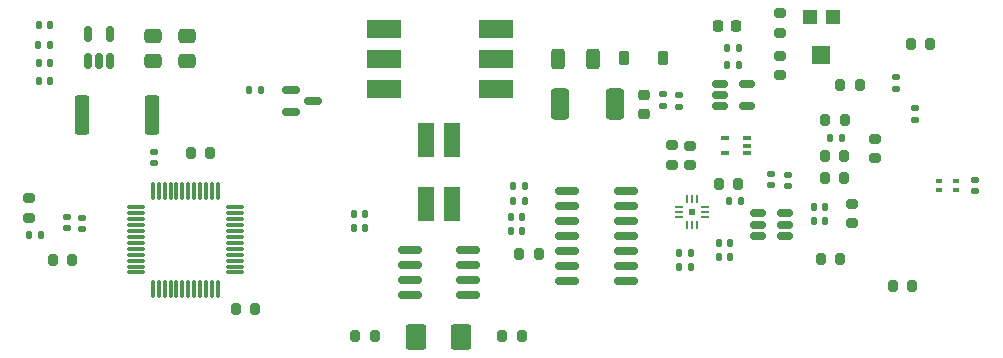
<source format=gbr>
%TF.GenerationSoftware,KiCad,Pcbnew,7.0.11+dfsg-1build4*%
%TF.CreationDate,2025-01-19T09:07:44-05:00*%
%TF.ProjectId,ThermocoupleBoard,54686572-6d6f-4636-9f75-706c65426f61,rev?*%
%TF.SameCoordinates,Original*%
%TF.FileFunction,Paste,Top*%
%TF.FilePolarity,Positive*%
%FSLAX46Y46*%
G04 Gerber Fmt 4.6, Leading zero omitted, Abs format (unit mm)*
G04 Created by KiCad (PCBNEW 7.0.11+dfsg-1build4) date 2025-01-19 09:07:44*
%MOMM*%
%LPD*%
G01*
G04 APERTURE LIST*
G04 Aperture macros list*
%AMRoundRect*
0 Rectangle with rounded corners*
0 $1 Rounding radius*
0 $2 $3 $4 $5 $6 $7 $8 $9 X,Y pos of 4 corners*
0 Add a 4 corners polygon primitive as box body*
4,1,4,$2,$3,$4,$5,$6,$7,$8,$9,$2,$3,0*
0 Add four circle primitives for the rounded corners*
1,1,$1+$1,$2,$3*
1,1,$1+$1,$4,$5*
1,1,$1+$1,$6,$7*
1,1,$1+$1,$8,$9*
0 Add four rect primitives between the rounded corners*
20,1,$1+$1,$2,$3,$4,$5,0*
20,1,$1+$1,$4,$5,$6,$7,0*
20,1,$1+$1,$6,$7,$8,$9,0*
20,1,$1+$1,$8,$9,$2,$3,0*%
G04 Aperture macros list end*
%ADD10RoundRect,0.140000X-0.140000X-0.170000X0.140000X-0.170000X0.140000X0.170000X-0.140000X0.170000X0*%
%ADD11RoundRect,0.140000X-0.170000X0.140000X-0.170000X-0.140000X0.170000X-0.140000X0.170000X0.140000X0*%
%ADD12R,1.200000X1.200000*%
%ADD13R,1.600000X1.500000*%
%ADD14RoundRect,0.200000X0.200000X0.275000X-0.200000X0.275000X-0.200000X-0.275000X0.200000X-0.275000X0*%
%ADD15RoundRect,0.140000X0.140000X0.170000X-0.140000X0.170000X-0.140000X-0.170000X0.140000X-0.170000X0*%
%ADD16RoundRect,0.200000X-0.200000X-0.275000X0.200000X-0.275000X0.200000X0.275000X-0.200000X0.275000X0*%
%ADD17RoundRect,0.075000X-0.662500X-0.075000X0.662500X-0.075000X0.662500X0.075000X-0.662500X0.075000X0*%
%ADD18RoundRect,0.075000X-0.075000X-0.662500X0.075000X-0.662500X0.075000X0.662500X-0.075000X0.662500X0*%
%ADD19RoundRect,0.200000X0.275000X-0.200000X0.275000X0.200000X-0.275000X0.200000X-0.275000X-0.200000X0*%
%ADD20RoundRect,0.150000X-0.587500X-0.150000X0.587500X-0.150000X0.587500X0.150000X-0.587500X0.150000X0*%
%ADD21RoundRect,0.150000X-0.825000X-0.150000X0.825000X-0.150000X0.825000X0.150000X-0.825000X0.150000X0*%
%ADD22O,0.700000X0.200000*%
%ADD23O,0.200000X0.700000*%
%ADD24R,0.600000X0.600000*%
%ADD25RoundRect,0.200000X-0.275000X0.200000X-0.275000X-0.200000X0.275000X-0.200000X0.275000X0.200000X0*%
%ADD26RoundRect,0.150000X0.150000X-0.512500X0.150000X0.512500X-0.150000X0.512500X-0.150000X-0.512500X0*%
%ADD27RoundRect,0.250000X0.475000X-0.337500X0.475000X0.337500X-0.475000X0.337500X-0.475000X-0.337500X0*%
%ADD28RoundRect,0.150000X-0.512500X-0.150000X0.512500X-0.150000X0.512500X0.150000X-0.512500X0.150000X0*%
%ADD29RoundRect,0.100000X0.225000X0.100000X-0.225000X0.100000X-0.225000X-0.100000X0.225000X-0.100000X0*%
%ADD30RoundRect,0.135000X-0.135000X-0.185000X0.135000X-0.185000X0.135000X0.185000X-0.135000X0.185000X0*%
%ADD31R,0.500000X0.300000*%
%ADD32RoundRect,0.250000X-0.625000X-0.840000X0.625000X-0.840000X0.625000X0.840000X-0.625000X0.840000X0*%
%ADD33RoundRect,0.250000X-0.312500X-0.625000X0.312500X-0.625000X0.312500X0.625000X-0.312500X0.625000X0*%
%ADD34RoundRect,0.225000X0.225000X0.375000X-0.225000X0.375000X-0.225000X-0.375000X0.225000X-0.375000X0*%
%ADD35R,3.000000X1.500000*%
%ADD36RoundRect,0.135000X-0.185000X0.135000X-0.185000X-0.135000X0.185000X-0.135000X0.185000X0.135000X0*%
%ADD37RoundRect,0.225000X-0.250000X0.225000X-0.250000X-0.225000X0.250000X-0.225000X0.250000X0.225000X0*%
%ADD38RoundRect,0.250000X-0.475000X0.337500X-0.475000X-0.337500X0.475000X-0.337500X0.475000X0.337500X0*%
%ADD39RoundRect,0.140000X0.170000X-0.140000X0.170000X0.140000X-0.170000X0.140000X-0.170000X-0.140000X0*%
%ADD40R,1.400000X3.000000*%
%ADD41RoundRect,0.225000X0.225000X0.250000X-0.225000X0.250000X-0.225000X-0.250000X0.225000X-0.250000X0*%
%ADD42RoundRect,0.249999X0.512501X1.075001X-0.512501X1.075001X-0.512501X-1.075001X0.512501X-1.075001X0*%
%ADD43RoundRect,0.250000X-0.362500X-1.425000X0.362500X-1.425000X0.362500X1.425000X-0.362500X1.425000X0*%
G04 APERTURE END LIST*
D10*
%TO.C,C21*%
X137964000Y-103634000D03*
X138924000Y-103634000D03*
%TD*%
D11*
%TO.C,C5*%
X133212000Y-89881000D03*
X133212000Y-90841000D03*
%TD*%
D12*
%TO.C,RV1*%
X147659670Y-83305000D03*
D13*
X146659670Y-86555000D03*
D12*
X145659670Y-83305000D03*
%TD*%
D14*
%TO.C,Rz3*%
X94913000Y-94819000D03*
X93263000Y-94819000D03*
%TD*%
D10*
%TO.C,C12*%
X80357000Y-85662000D03*
X81317000Y-85662000D03*
%TD*%
D15*
%TO.C,C29*%
X108012000Y-100016000D03*
X107052000Y-100016000D03*
%TD*%
D10*
%TO.C,C8*%
X138701000Y-87381000D03*
X139661000Y-87381000D03*
%TD*%
D16*
%TO.C,R12*%
X146923000Y-95062000D03*
X148573000Y-95062000D03*
%TD*%
D17*
%TO.C,U1*%
X88642500Y-99453000D03*
X88642500Y-99953000D03*
X88642500Y-100453000D03*
X88642500Y-100953000D03*
X88642500Y-101453000D03*
X88642500Y-101953000D03*
X88642500Y-102453000D03*
X88642500Y-102953000D03*
X88642500Y-103453000D03*
X88642500Y-103953000D03*
X88642500Y-104453000D03*
X88642500Y-104953000D03*
D18*
X90055000Y-106365500D03*
X90555000Y-106365500D03*
X91055000Y-106365500D03*
X91555000Y-106365500D03*
X92055000Y-106365500D03*
X92555000Y-106365500D03*
X93055000Y-106365500D03*
X93555000Y-106365500D03*
X94055000Y-106365500D03*
X94555000Y-106365500D03*
X95055000Y-106365500D03*
X95555000Y-106365500D03*
D17*
X96967500Y-104953000D03*
X96967500Y-104453000D03*
X96967500Y-103953000D03*
X96967500Y-103453000D03*
X96967500Y-102953000D03*
X96967500Y-102453000D03*
X96967500Y-101953000D03*
X96967500Y-101453000D03*
X96967500Y-100953000D03*
X96967500Y-100453000D03*
X96967500Y-99953000D03*
X96967500Y-99453000D03*
D18*
X95555000Y-98040500D03*
X95055000Y-98040500D03*
X94555000Y-98040500D03*
X94055000Y-98040500D03*
X93555000Y-98040500D03*
X93055000Y-98040500D03*
X92555000Y-98040500D03*
X92055000Y-98040500D03*
X91555000Y-98040500D03*
X91055000Y-98040500D03*
X90555000Y-98040500D03*
X90055000Y-98040500D03*
%TD*%
D10*
%TO.C,C19*%
X146016000Y-99387000D03*
X146976000Y-99387000D03*
%TD*%
D15*
%TO.C,C10*%
X81368000Y-88781000D03*
X80408000Y-88781000D03*
%TD*%
%TO.C,C27*%
X121347000Y-100267000D03*
X120387000Y-100267000D03*
%TD*%
%TO.C,C14*%
X148373000Y-93539000D03*
X147413000Y-93539000D03*
%TD*%
D19*
%TO.C,R16*%
X134026000Y-95851000D03*
X134026000Y-94201000D03*
%TD*%
D15*
%TO.C,C9*%
X81368000Y-87192000D03*
X80408000Y-87192000D03*
%TD*%
D11*
%TO.C,C35*%
X84017000Y-100323000D03*
X84017000Y-101283000D03*
%TD*%
D20*
%TO.C,Q1*%
X101718500Y-89504000D03*
X101718500Y-91404000D03*
X103593500Y-90454000D03*
%TD*%
D21*
%TO.C,U2*%
X125160000Y-98044000D03*
X125160000Y-99314000D03*
X125160000Y-100584000D03*
X125160000Y-101854000D03*
X125160000Y-103124000D03*
X125160000Y-104394000D03*
X125160000Y-105664000D03*
X130110000Y-105664000D03*
X130110000Y-104394000D03*
X130110000Y-103124000D03*
X130110000Y-101854000D03*
X130110000Y-100584000D03*
X130110000Y-99314000D03*
X130110000Y-98044000D03*
%TD*%
D22*
%TO.C,U8*%
X136802000Y-100237000D03*
X136802000Y-99837000D03*
X136802000Y-99437000D03*
D23*
X136102000Y-98737000D03*
X135702000Y-98737000D03*
X135302000Y-98737000D03*
D22*
X134602000Y-99437000D03*
X134602000Y-99837000D03*
X134602000Y-100237000D03*
D23*
X135302000Y-100937000D03*
X135702000Y-100937000D03*
X136102000Y-100937000D03*
D24*
X135702000Y-99837000D03*
%TD*%
D25*
%TO.C,R8*%
X79610000Y-98656000D03*
X79610000Y-100306000D03*
%TD*%
D14*
%TO.C,R22*%
X154360000Y-106101000D03*
X152710000Y-106101000D03*
%TD*%
D26*
%TO.C,U4*%
X84564000Y-87071500D03*
X85514000Y-87071500D03*
X86464000Y-87071500D03*
X86464000Y-84796500D03*
X84564000Y-84796500D03*
%TD*%
D16*
%TO.C,RX1*%
X107194000Y-110365000D03*
X108844000Y-110365000D03*
%TD*%
D11*
%TO.C,C15*%
X82747000Y-100255000D03*
X82747000Y-101215000D03*
%TD*%
D16*
%TO.C,R13*%
X146996000Y-92007000D03*
X148646000Y-92007000D03*
%TD*%
D27*
%TO.C,C2*%
X90036000Y-87010500D03*
X90036000Y-84935500D03*
%TD*%
D28*
%TO.C,U5*%
X138097500Y-88974000D03*
X138097500Y-89924000D03*
X138097500Y-90874000D03*
X140372500Y-90874000D03*
X140372500Y-88974000D03*
%TD*%
D29*
%TO.C,U6*%
X140358000Y-94860000D03*
X140358000Y-94210000D03*
X140358000Y-93560000D03*
X138458000Y-93560000D03*
X138458000Y-94860000D03*
%TD*%
D25*
%TO.C,R7*%
X143176000Y-86610000D03*
X143176000Y-88260000D03*
%TD*%
D14*
%TO.C,R6*%
X149897000Y-89093000D03*
X148247000Y-89093000D03*
%TD*%
D30*
%TO.C,R2*%
X98210000Y-89522000D03*
X99230000Y-89522000D03*
%TD*%
D31*
%TO.C,U11*%
X156630000Y-97205000D03*
X156630000Y-98005000D03*
X158030000Y-98005000D03*
X158030000Y-97205000D03*
%TD*%
D32*
%TO.C,TVS1*%
X112339000Y-110386000D03*
X116139000Y-110386000D03*
%TD*%
D19*
%TO.C,R5*%
X151231000Y-95282000D03*
X151231000Y-93632000D03*
%TD*%
%TO.C,R10*%
X149272000Y-100773000D03*
X149272000Y-99123000D03*
%TD*%
D11*
%TO.C,C16*%
X143829000Y-96680000D03*
X143829000Y-97640000D03*
%TD*%
D16*
%TO.C,R21*%
X146614000Y-103845000D03*
X148264000Y-103845000D03*
%TD*%
D15*
%TO.C,C23*%
X135594000Y-104516000D03*
X134634000Y-104516000D03*
%TD*%
D33*
%TO.C,R3*%
X124356500Y-86863000D03*
X127281500Y-86863000D03*
%TD*%
D34*
%TO.C,D2*%
X133206000Y-86816000D03*
X129906000Y-86816000D03*
%TD*%
D35*
%TO.C,U3*%
X119149000Y-89429000D03*
X119149000Y-86889000D03*
X119149000Y-84349000D03*
X109649000Y-84349000D03*
X109649000Y-86889000D03*
X109649000Y-89429000D03*
%TD*%
D10*
%TO.C,C7*%
X138701000Y-85919000D03*
X139661000Y-85919000D03*
%TD*%
D16*
%TO.C,RY1*%
X119640000Y-110353000D03*
X121290000Y-110353000D03*
%TD*%
D15*
%TO.C,C26*%
X121525000Y-97609000D03*
X120565000Y-97609000D03*
%TD*%
D25*
%TO.C,R9*%
X143176000Y-83024000D03*
X143176000Y-84674000D03*
%TD*%
D36*
%TO.C,R20*%
X154600000Y-91045000D03*
X154600000Y-92065000D03*
%TD*%
D15*
%TO.C,C28*%
X121347000Y-101475000D03*
X120387000Y-101475000D03*
%TD*%
D10*
%TO.C,C22*%
X137964000Y-102429000D03*
X138924000Y-102429000D03*
%TD*%
D11*
%TO.C,C6*%
X134609000Y-89946000D03*
X134609000Y-90906000D03*
%TD*%
D37*
%TO.C,C3*%
X131673000Y-89962000D03*
X131673000Y-91512000D03*
%TD*%
D38*
%TO.C,C1*%
X92957000Y-84973500D03*
X92957000Y-87048500D03*
%TD*%
D21*
%TO.C,U9*%
X111802000Y-103018000D03*
X111802000Y-104288000D03*
X111802000Y-105558000D03*
X111802000Y-106828000D03*
X116752000Y-106828000D03*
X116752000Y-105558000D03*
X116752000Y-104288000D03*
X116752000Y-103018000D03*
%TD*%
D15*
%TO.C,C30*%
X108012000Y-101224000D03*
X107052000Y-101224000D03*
%TD*%
D14*
%TO.C,R14*%
X139629000Y-97438000D03*
X137979000Y-97438000D03*
%TD*%
D11*
%TO.C,C13*%
X152973000Y-88422000D03*
X152973000Y-89382000D03*
%TD*%
D28*
%TO.C,U7*%
X141272500Y-99949000D03*
X141272500Y-100899000D03*
X141272500Y-101849000D03*
X143547500Y-101849000D03*
X143547500Y-100899000D03*
X143547500Y-99949000D03*
%TD*%
D14*
%TO.C,R11*%
X148573000Y-96997000D03*
X146923000Y-96997000D03*
%TD*%
D10*
%TO.C,C20*%
X138853000Y-98870000D03*
X139813000Y-98870000D03*
%TD*%
D15*
%TO.C,C24*%
X135594000Y-103308000D03*
X134634000Y-103308000D03*
%TD*%
D10*
%TO.C,C11*%
X80408000Y-84020000D03*
X81368000Y-84020000D03*
%TD*%
D16*
%TO.C,R17*%
X121088000Y-103377000D03*
X122738000Y-103377000D03*
%TD*%
D39*
%TO.C,C36*%
X159695000Y-98095000D03*
X159695000Y-97135000D03*
%TD*%
%TO.C,C33*%
X90113000Y-95692000D03*
X90113000Y-94732000D03*
%TD*%
D40*
%TO.C,L1*%
X113219200Y-93753200D03*
X115419200Y-93753200D03*
X115419200Y-99153200D03*
X113219200Y-99153200D03*
%TD*%
D41*
%TO.C,C4*%
X139433000Y-84103000D03*
X137883000Y-84103000D03*
%TD*%
D14*
%TO.C,R4*%
X155866000Y-85597000D03*
X154216000Y-85597000D03*
%TD*%
D10*
%TO.C,C34*%
X79600000Y-101754000D03*
X80560000Y-101754000D03*
%TD*%
D11*
%TO.C,C17*%
X142432000Y-96618000D03*
X142432000Y-97578000D03*
%TD*%
D15*
%TO.C,C25*%
X121525000Y-98941000D03*
X120565000Y-98941000D03*
%TD*%
D42*
%TO.C,D1*%
X129165500Y-90672000D03*
X124490500Y-90672000D03*
%TD*%
D14*
%TO.C,Rz1*%
X83229000Y-103896000D03*
X81579000Y-103896000D03*
%TD*%
D25*
%TO.C,R15*%
X135550000Y-94243000D03*
X135550000Y-95893000D03*
%TD*%
D10*
%TO.C,C18*%
X146016000Y-100592000D03*
X146976000Y-100592000D03*
%TD*%
D43*
%TO.C,R1*%
X84025500Y-91619000D03*
X89950500Y-91619000D03*
%TD*%
D16*
%TO.C,Rz2*%
X97073000Y-108057000D03*
X98723000Y-108057000D03*
%TD*%
M02*

</source>
